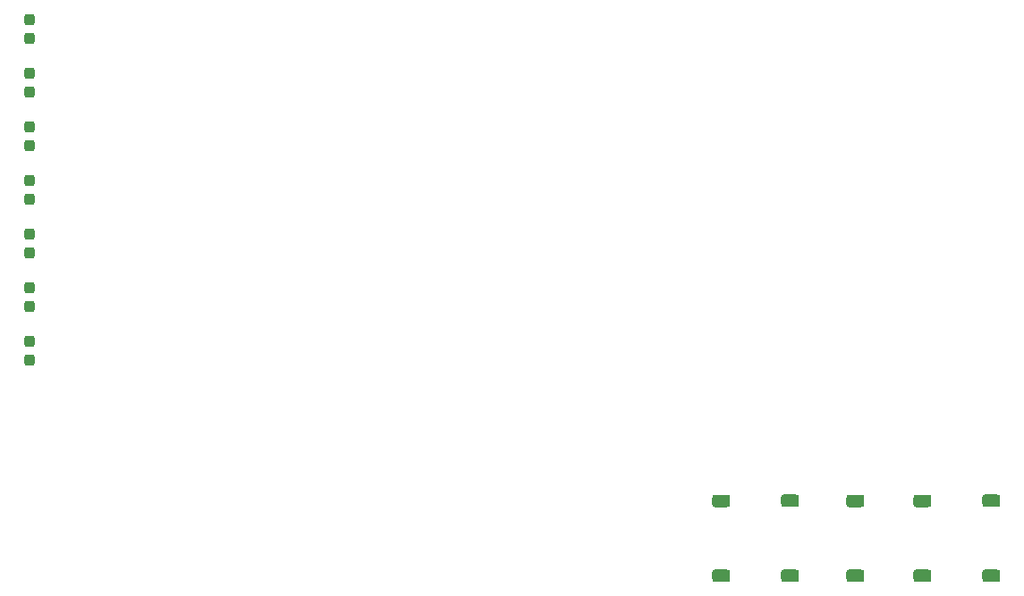
<source format=gbr>
%TF.GenerationSoftware,KiCad,Pcbnew,8.0.3*%
%TF.CreationDate,2024-06-28T15:17:55+09:00*%
%TF.ProjectId,KICAD-2,4b494341-442d-4322-9e6b-696361645f70,rev?*%
%TF.SameCoordinates,Original*%
%TF.FileFunction,Paste,Top*%
%TF.FilePolarity,Positive*%
%FSLAX46Y46*%
G04 Gerber Fmt 4.6, Leading zero omitted, Abs format (unit mm)*
G04 Created by KiCad (PCBNEW 8.0.3) date 2024-06-28 15:17:55*
%MOMM*%
%LPD*%
G01*
G04 APERTURE LIST*
G04 Aperture macros list*
%AMRoundRect*
0 Rectangle with rounded corners*
0 $1 Rounding radius*
0 $2 $3 $4 $5 $6 $7 $8 $9 X,Y pos of 4 corners*
0 Add a 4 corners polygon primitive as box body*
4,1,4,$2,$3,$4,$5,$6,$7,$8,$9,$2,$3,0*
0 Add four circle primitives for the rounded corners*
1,1,$1+$1,$2,$3*
1,1,$1+$1,$4,$5*
1,1,$1+$1,$6,$7*
1,1,$1+$1,$8,$9*
0 Add four rect primitives between the rounded corners*
20,1,$1+$1,$2,$3,$4,$5,0*
20,1,$1+$1,$4,$5,$6,$7,0*
20,1,$1+$1,$6,$7,$8,$9,0*
20,1,$1+$1,$8,$9,$2,$3,0*%
G04 Aperture macros list end*
%ADD10C,0.120000*%
%ADD11RoundRect,0.237500X-0.237500X0.287500X-0.237500X-0.287500X0.237500X-0.287500X0.237500X0.287500X0*%
%ADD12RoundRect,0.237500X0.237500X-0.287500X0.237500X0.287500X-0.237500X0.287500X-0.237500X-0.287500X0*%
%ADD13RoundRect,0.282500X0.537500X-0.282500X0.537500X0.282500X-0.537500X0.282500X-0.537500X-0.282500X0*%
%ADD14RoundRect,0.287500X0.532500X-0.287500X0.532500X0.287500X-0.532500X0.287500X-0.532500X-0.287500X0*%
%ADD15RoundRect,0.282500X-0.537500X0.282500X-0.537500X-0.282500X0.537500X-0.282500X0.537500X0.282500X0*%
%ADD16RoundRect,0.287500X-0.532500X0.287500X-0.532500X-0.287500X0.532500X-0.287500X0.532500X0.287500X0*%
G04 APERTURE END LIST*
%TO.C,SW5*%
D10*
X172362750Y-115307750D02*
X173886750Y-115307750D01*
X173886750Y-114291750D01*
X172362750Y-114291750D01*
X172362750Y-115307750D01*
G36*
X172362750Y-115307750D02*
G01*
X173886750Y-115307750D01*
X173886750Y-114291750D01*
X172362750Y-114291750D01*
X172362750Y-115307750D01*
G37*
X172362750Y-122419750D02*
X173886750Y-122419750D01*
X173886750Y-121403750D01*
X172362750Y-121403750D01*
X172362750Y-122419750D01*
G36*
X172362750Y-122419750D02*
G01*
X173886750Y-122419750D01*
X173886750Y-121403750D01*
X172362750Y-121403750D01*
X172362750Y-122419750D01*
G37*
%TO.C,SW3*%
X199476750Y-114291750D02*
X197952750Y-114291750D01*
X197952750Y-115307750D01*
X199476750Y-115307750D01*
X199476750Y-114291750D01*
G36*
X199476750Y-114291750D02*
G01*
X197952750Y-114291750D01*
X197952750Y-115307750D01*
X199476750Y-115307750D01*
X199476750Y-114291750D01*
G37*
X199476750Y-121403750D02*
X197952750Y-121403750D01*
X197952750Y-122419750D01*
X199476750Y-122419750D01*
X199476750Y-121403750D01*
G36*
X199476750Y-121403750D02*
G01*
X197952750Y-121403750D01*
X197952750Y-122419750D01*
X199476750Y-122419750D01*
X199476750Y-121403750D01*
G37*
%TO.C,SW1*%
X180426750Y-114291750D02*
X178902750Y-114291750D01*
X178902750Y-115307750D01*
X180426750Y-115307750D01*
X180426750Y-114291750D01*
G36*
X180426750Y-114291750D02*
G01*
X178902750Y-114291750D01*
X178902750Y-115307750D01*
X180426750Y-115307750D01*
X180426750Y-114291750D01*
G37*
X180426750Y-121403750D02*
X178902750Y-121403750D01*
X178902750Y-122419750D01*
X180426750Y-122419750D01*
X180426750Y-121403750D01*
G36*
X180426750Y-121403750D02*
G01*
X178902750Y-121403750D01*
X178902750Y-122419750D01*
X180426750Y-122419750D01*
X180426750Y-121403750D01*
G37*
%TO.C,SW4*%
X191412750Y-115307750D02*
X192936750Y-115307750D01*
X192936750Y-114291750D01*
X191412750Y-114291750D01*
X191412750Y-115307750D01*
G36*
X191412750Y-115307750D02*
G01*
X192936750Y-115307750D01*
X192936750Y-114291750D01*
X191412750Y-114291750D01*
X191412750Y-115307750D01*
G37*
X191412750Y-122419750D02*
X192936750Y-122419750D01*
X192936750Y-121403750D01*
X191412750Y-121403750D01*
X191412750Y-122419750D01*
G36*
X191412750Y-122419750D02*
G01*
X192936750Y-122419750D01*
X192936750Y-121403750D01*
X191412750Y-121403750D01*
X191412750Y-122419750D01*
G37*
%TO.C,SW2*%
X185062750Y-115307750D02*
X186586750Y-115307750D01*
X186586750Y-114291750D01*
X185062750Y-114291750D01*
X185062750Y-115307750D01*
G36*
X185062750Y-115307750D02*
G01*
X186586750Y-115307750D01*
X186586750Y-114291750D01*
X185062750Y-114291750D01*
X185062750Y-115307750D01*
G37*
X185062750Y-122419750D02*
X186586750Y-122419750D01*
X186586750Y-121403750D01*
X185062750Y-121403750D01*
X185062750Y-122419750D01*
G36*
X185062750Y-122419750D02*
G01*
X186586750Y-122419750D01*
X186586750Y-121403750D01*
X185062750Y-121403750D01*
X185062750Y-122419750D01*
G37*
%TD*%
D11*
%TO.C,D4*%
X107696000Y-99709000D03*
X107696000Y-101459000D03*
%TD*%
D12*
%TO.C,D6*%
X107696000Y-86219000D03*
X107696000Y-84469000D03*
%TD*%
D13*
%TO.C,SW5*%
X173127750Y-121903750D03*
D14*
X173122750Y-114808750D03*
%TD*%
D12*
%TO.C,D2*%
X107696000Y-81139000D03*
X107696000Y-79389000D03*
%TD*%
D11*
%TO.C,D8*%
X107696000Y-74309000D03*
X107696000Y-76059000D03*
%TD*%
D15*
%TO.C,SW3*%
X198711750Y-114807750D03*
D16*
X198716750Y-121902750D03*
%TD*%
D15*
%TO.C,SW1*%
X179661750Y-114807750D03*
D16*
X179666750Y-121902750D03*
%TD*%
D12*
%TO.C,D3*%
X107696000Y-70979000D03*
X107696000Y-69229000D03*
%TD*%
D13*
%TO.C,SW4*%
X192177750Y-121903750D03*
D14*
X192172750Y-114808750D03*
%TD*%
D11*
%TO.C,D5*%
X107696000Y-94629000D03*
X107696000Y-96379000D03*
%TD*%
D13*
%TO.C,SW2*%
X185827750Y-121903750D03*
D14*
X185822750Y-114808750D03*
%TD*%
D11*
%TO.C,D7*%
X107696000Y-89549000D03*
X107696000Y-91299000D03*
%TD*%
M02*

</source>
